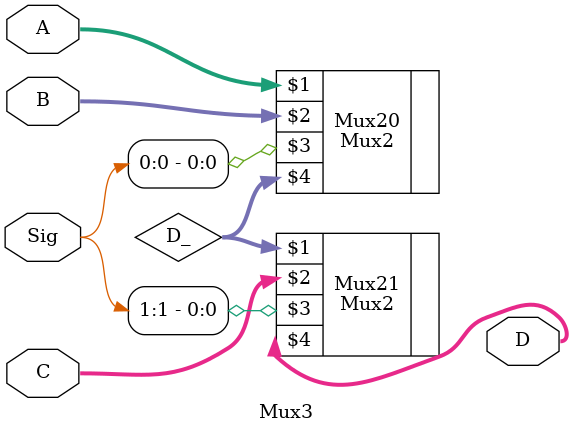
<source format=sv>
`timescale 1ns / 1ps
/*
    
*/
module Mux3 #(
        parameter WIDTH = 32
    )(
        input logic [WIDTH - 1: 0] A, B, C,
        input logic [1: 0] Sig,
        output logic [WIDTH - 1: 0] D
    );
    
    logic [WIDTH - 1: 0] D_;
    Mux2 #(WIDTH) Mux20(A, B, Sig[0], D_);
    Mux2 #(WIDTH) Mux21(D_, C, Sig[1], D);                                              
                                           
endmodule
</source>
